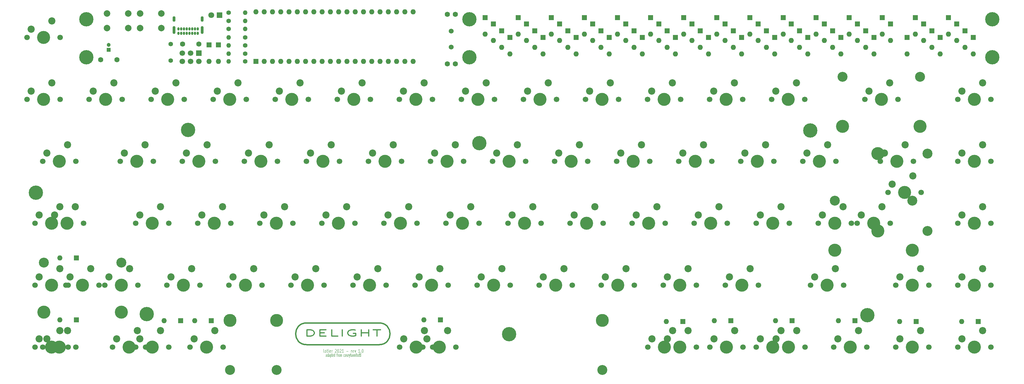
<source format=gts>
G04 #@! TF.GenerationSoftware,KiCad,Pcbnew,(5.1.9)-1*
G04 #@! TF.CreationDate,2021-07-01T11:32:35-04:00*
G04 #@! TF.ProjectId,discipline-pcb,64697363-6970-46c6-996e-652d7063622e,rev?*
G04 #@! TF.SameCoordinates,Original*
G04 #@! TF.FileFunction,Soldermask,Top*
G04 #@! TF.FilePolarity,Negative*
%FSLAX46Y46*%
G04 Gerber Fmt 4.6, Leading zero omitted, Abs format (unit mm)*
G04 Created by KiCad (PCBNEW (5.1.9)-1) date 2021-07-01 11:32:35*
%MOMM*%
%LPD*%
G01*
G04 APERTURE LIST*
%ADD10C,0.125000*%
%ADD11C,0.350000*%
%ADD12C,0.400000*%
%ADD13C,4.400000*%
%ADD14O,1.600000X1.600000*%
%ADD15R,1.600000X1.600000*%
%ADD16C,1.700000*%
%ADD17C,4.000000*%
%ADD18C,2.200000*%
%ADD19C,1.500000*%
%ADD20R,1.800000X1.800000*%
%ADD21C,1.800000*%
%ADD22C,1.600000*%
%ADD23C,1.200000*%
%ADD24R,1.200000X1.200000*%
%ADD25C,3.050000*%
%ADD26C,1.400000*%
%ADD27O,1.400000X1.400000*%
%ADD28R,1.700000X1.700000*%
%ADD29O,0.900000X1.700000*%
%ADD30O,0.900000X2.400000*%
%ADD31O,0.650000X1.000000*%
%ADD32C,2.000000*%
%ADD33C,3.048000*%
%ADD34C,3.987800*%
G04 APERTURE END LIST*
D10*
X150186841Y-173858180D02*
X150186841Y-173334371D01*
X150163031Y-173239133D01*
X150115412Y-173191514D01*
X150020174Y-173191514D01*
X149972555Y-173239133D01*
X150186841Y-173810561D02*
X150139222Y-173858180D01*
X150020174Y-173858180D01*
X149972555Y-173810561D01*
X149948745Y-173715323D01*
X149948745Y-173620085D01*
X149972555Y-173524847D01*
X150020174Y-173477228D01*
X150139222Y-173477228D01*
X150186841Y-173429609D01*
X150639222Y-173858180D02*
X150639222Y-172858180D01*
X150639222Y-173810561D02*
X150591603Y-173858180D01*
X150496364Y-173858180D01*
X150448745Y-173810561D01*
X150424936Y-173762942D01*
X150401126Y-173667704D01*
X150401126Y-173381990D01*
X150424936Y-173286752D01*
X150448745Y-173239133D01*
X150496364Y-173191514D01*
X150591603Y-173191514D01*
X150639222Y-173239133D01*
X151091603Y-173858180D02*
X151091603Y-173334371D01*
X151067793Y-173239133D01*
X151020174Y-173191514D01*
X150924936Y-173191514D01*
X150877317Y-173239133D01*
X151091603Y-173810561D02*
X151043983Y-173858180D01*
X150924936Y-173858180D01*
X150877317Y-173810561D01*
X150853507Y-173715323D01*
X150853507Y-173620085D01*
X150877317Y-173524847D01*
X150924936Y-173477228D01*
X151043983Y-173477228D01*
X151091603Y-173429609D01*
X151329698Y-173191514D02*
X151329698Y-174191514D01*
X151329698Y-173239133D02*
X151377317Y-173191514D01*
X151472555Y-173191514D01*
X151520174Y-173239133D01*
X151543983Y-173286752D01*
X151567793Y-173381990D01*
X151567793Y-173667704D01*
X151543983Y-173762942D01*
X151520174Y-173810561D01*
X151472555Y-173858180D01*
X151377317Y-173858180D01*
X151329698Y-173810561D01*
X151710650Y-173191514D02*
X151901126Y-173191514D01*
X151782079Y-172858180D02*
X151782079Y-173715323D01*
X151805888Y-173810561D01*
X151853507Y-173858180D01*
X151901126Y-173858180D01*
X152258269Y-173810561D02*
X152210650Y-173858180D01*
X152115412Y-173858180D01*
X152067793Y-173810561D01*
X152043983Y-173715323D01*
X152043983Y-173334371D01*
X152067793Y-173239133D01*
X152115412Y-173191514D01*
X152210650Y-173191514D01*
X152258269Y-173239133D01*
X152282079Y-173334371D01*
X152282079Y-173429609D01*
X152043983Y-173524847D01*
X152710650Y-173858180D02*
X152710650Y-172858180D01*
X152710650Y-173810561D02*
X152663031Y-173858180D01*
X152567793Y-173858180D01*
X152520174Y-173810561D01*
X152496364Y-173762942D01*
X152472555Y-173667704D01*
X152472555Y-173381990D01*
X152496364Y-173286752D01*
X152520174Y-173239133D01*
X152567793Y-173191514D01*
X152663031Y-173191514D01*
X152710650Y-173239133D01*
X153258269Y-173191514D02*
X153448745Y-173191514D01*
X153329698Y-173858180D02*
X153329698Y-173001038D01*
X153353507Y-172905800D01*
X153401126Y-172858180D01*
X153448745Y-172858180D01*
X153615412Y-173858180D02*
X153615412Y-173191514D01*
X153615412Y-173381990D02*
X153639222Y-173286752D01*
X153663031Y-173239133D01*
X153710650Y-173191514D01*
X153758269Y-173191514D01*
X153996364Y-173858180D02*
X153948745Y-173810561D01*
X153924936Y-173762942D01*
X153901126Y-173667704D01*
X153901126Y-173381990D01*
X153924936Y-173286752D01*
X153948745Y-173239133D01*
X153996364Y-173191514D01*
X154067793Y-173191514D01*
X154115412Y-173239133D01*
X154139222Y-173286752D01*
X154163031Y-173381990D01*
X154163031Y-173667704D01*
X154139222Y-173762942D01*
X154115412Y-173810561D01*
X154067793Y-173858180D01*
X153996364Y-173858180D01*
X154377317Y-173858180D02*
X154377317Y-173191514D01*
X154377317Y-173286752D02*
X154401126Y-173239133D01*
X154448745Y-173191514D01*
X154520174Y-173191514D01*
X154567793Y-173239133D01*
X154591603Y-173334371D01*
X154591603Y-173858180D01*
X154591603Y-173334371D02*
X154615412Y-173239133D01*
X154663031Y-173191514D01*
X154734460Y-173191514D01*
X154782079Y-173239133D01*
X154805888Y-173334371D01*
X154805888Y-173858180D01*
X155639222Y-173810561D02*
X155591603Y-173858180D01*
X155496364Y-173858180D01*
X155448745Y-173810561D01*
X155424936Y-173762942D01*
X155401126Y-173667704D01*
X155401126Y-173381990D01*
X155424936Y-173286752D01*
X155448745Y-173239133D01*
X155496364Y-173191514D01*
X155591603Y-173191514D01*
X155639222Y-173239133D01*
X155924936Y-173858180D02*
X155877317Y-173810561D01*
X155853507Y-173762942D01*
X155829698Y-173667704D01*
X155829698Y-173381990D01*
X155853507Y-173286752D01*
X155877317Y-173239133D01*
X155924936Y-173191514D01*
X155996364Y-173191514D01*
X156043983Y-173239133D01*
X156067793Y-173286752D01*
X156091603Y-173381990D01*
X156091603Y-173667704D01*
X156067793Y-173762942D01*
X156043983Y-173810561D01*
X155996364Y-173858180D01*
X155924936Y-173858180D01*
X156282079Y-173810561D02*
X156329698Y-173858180D01*
X156424936Y-173858180D01*
X156472555Y-173810561D01*
X156496364Y-173715323D01*
X156496364Y-173667704D01*
X156472555Y-173572466D01*
X156424936Y-173524847D01*
X156353507Y-173524847D01*
X156305888Y-173477228D01*
X156282079Y-173381990D01*
X156282079Y-173334371D01*
X156305888Y-173239133D01*
X156353507Y-173191514D01*
X156424936Y-173191514D01*
X156472555Y-173239133D01*
X156901126Y-173810561D02*
X156853507Y-173858180D01*
X156758269Y-173858180D01*
X156710650Y-173810561D01*
X156686841Y-173715323D01*
X156686841Y-173334371D01*
X156710650Y-173239133D01*
X156758269Y-173191514D01*
X156853507Y-173191514D01*
X156901126Y-173239133D01*
X156924936Y-173334371D01*
X156924936Y-173429609D01*
X156686841Y-173524847D01*
X157091603Y-173191514D02*
X157210650Y-173858180D01*
X157329698Y-173191514D02*
X157210650Y-173858180D01*
X157163031Y-174096276D01*
X157139222Y-174143895D01*
X157091603Y-174191514D01*
X157448745Y-173191514D02*
X157639222Y-173191514D01*
X157520174Y-173858180D02*
X157520174Y-173001038D01*
X157543983Y-172905800D01*
X157591603Y-172858180D01*
X157639222Y-172858180D01*
X158020174Y-173858180D02*
X158020174Y-173334371D01*
X157996364Y-173239133D01*
X157948745Y-173191514D01*
X157853507Y-173191514D01*
X157805888Y-173239133D01*
X158020174Y-173810561D02*
X157972555Y-173858180D01*
X157853507Y-173858180D01*
X157805888Y-173810561D01*
X157782079Y-173715323D01*
X157782079Y-173620085D01*
X157805888Y-173524847D01*
X157853507Y-173477228D01*
X157972555Y-173477228D01*
X158020174Y-173429609D01*
X158258269Y-173191514D02*
X158258269Y-173858180D01*
X158258269Y-173286752D02*
X158282079Y-173239133D01*
X158329698Y-173191514D01*
X158401126Y-173191514D01*
X158448745Y-173239133D01*
X158472555Y-173334371D01*
X158472555Y-173858180D01*
X158710650Y-173191514D02*
X158710650Y-173858180D01*
X158710650Y-173286752D02*
X158734460Y-173239133D01*
X158782079Y-173191514D01*
X158853507Y-173191514D01*
X158901126Y-173239133D01*
X158924936Y-173334371D01*
X158924936Y-173858180D01*
X159163031Y-173858180D02*
X159163031Y-173191514D01*
X159163031Y-172858180D02*
X159139222Y-172905800D01*
X159163031Y-172953419D01*
X159186841Y-172905800D01*
X159163031Y-172858180D01*
X159163031Y-172953419D01*
X159329698Y-173191514D02*
X159520174Y-173191514D01*
X159401126Y-172858180D02*
X159401126Y-173715323D01*
X159424936Y-173810561D01*
X159472555Y-173858180D01*
X159520174Y-173858180D01*
X159901126Y-173191514D02*
X159901126Y-173858180D01*
X159686841Y-173191514D02*
X159686841Y-173715323D01*
X159710650Y-173810561D01*
X159758269Y-173858180D01*
X159829698Y-173858180D01*
X159877317Y-173810561D01*
X159901126Y-173762942D01*
X160067793Y-173191514D02*
X160258269Y-173191514D01*
X160139222Y-172858180D02*
X160139222Y-173715323D01*
X160163031Y-173810561D01*
X160210650Y-173858180D01*
X160258269Y-173858180D01*
X160353507Y-173191514D02*
X160543983Y-173191514D01*
X160424936Y-172858180D02*
X160424936Y-173715323D01*
X160448745Y-173810561D01*
X160496364Y-173858180D01*
X160543983Y-173858180D01*
X160710650Y-173858180D02*
X160710650Y-173191514D01*
X160710650Y-172858180D02*
X160686841Y-172905800D01*
X160710650Y-172953419D01*
X160734460Y-172905800D01*
X160710650Y-172858180D01*
X160710650Y-172953419D01*
X149377317Y-172588180D02*
X149305888Y-172540561D01*
X149270174Y-172445323D01*
X149270174Y-171588180D01*
X149770174Y-172588180D02*
X149698745Y-172540561D01*
X149663031Y-172492942D01*
X149627317Y-172397704D01*
X149627317Y-172111990D01*
X149663031Y-172016752D01*
X149698745Y-171969133D01*
X149770174Y-171921514D01*
X149877317Y-171921514D01*
X149948745Y-171969133D01*
X149984460Y-172016752D01*
X150020174Y-172111990D01*
X150020174Y-172397704D01*
X149984460Y-172492942D01*
X149948745Y-172540561D01*
X149877317Y-172588180D01*
X149770174Y-172588180D01*
X150234460Y-171921514D02*
X150520174Y-171921514D01*
X150341603Y-171588180D02*
X150341603Y-172445323D01*
X150377317Y-172540561D01*
X150448745Y-172588180D01*
X150520174Y-172588180D01*
X150770174Y-172588180D02*
X150770174Y-171921514D01*
X150770174Y-171588180D02*
X150734460Y-171635800D01*
X150770174Y-171683419D01*
X150805888Y-171635800D01*
X150770174Y-171588180D01*
X150770174Y-171683419D01*
X151413031Y-172540561D02*
X151341603Y-172588180D01*
X151198745Y-172588180D01*
X151127317Y-172540561D01*
X151091603Y-172445323D01*
X151091603Y-172064371D01*
X151127317Y-171969133D01*
X151198745Y-171921514D01*
X151341603Y-171921514D01*
X151413031Y-171969133D01*
X151448745Y-172064371D01*
X151448745Y-172159609D01*
X151091603Y-172254847D01*
X151770174Y-172588180D02*
X151770174Y-171921514D01*
X151770174Y-172111990D02*
X151805888Y-172016752D01*
X151841603Y-171969133D01*
X151913031Y-171921514D01*
X151984460Y-171921514D01*
X152770174Y-171683419D02*
X152805888Y-171635800D01*
X152877317Y-171588180D01*
X153055888Y-171588180D01*
X153127317Y-171635800D01*
X153163031Y-171683419D01*
X153198745Y-171778657D01*
X153198745Y-171873895D01*
X153163031Y-172016752D01*
X152734460Y-172588180D01*
X153198745Y-172588180D01*
X153663031Y-171588180D02*
X153734460Y-171588180D01*
X153805888Y-171635800D01*
X153841603Y-171683419D01*
X153877317Y-171778657D01*
X153913031Y-171969133D01*
X153913031Y-172207228D01*
X153877317Y-172397704D01*
X153841603Y-172492942D01*
X153805888Y-172540561D01*
X153734460Y-172588180D01*
X153663031Y-172588180D01*
X153591603Y-172540561D01*
X153555888Y-172492942D01*
X153520174Y-172397704D01*
X153484460Y-172207228D01*
X153484460Y-171969133D01*
X153520174Y-171778657D01*
X153555888Y-171683419D01*
X153591603Y-171635800D01*
X153663031Y-171588180D01*
X154198745Y-171683419D02*
X154234460Y-171635800D01*
X154305888Y-171588180D01*
X154484460Y-171588180D01*
X154555888Y-171635800D01*
X154591603Y-171683419D01*
X154627317Y-171778657D01*
X154627317Y-171873895D01*
X154591603Y-172016752D01*
X154163031Y-172588180D01*
X154627317Y-172588180D01*
X155341603Y-172588180D02*
X154913031Y-172588180D01*
X155127317Y-172588180D02*
X155127317Y-171588180D01*
X155055888Y-171731038D01*
X154984460Y-171826276D01*
X154913031Y-171873895D01*
X156234460Y-172207228D02*
X156805888Y-172207228D01*
X157734460Y-172588180D02*
X157734460Y-171921514D01*
X157734460Y-172111990D02*
X157770174Y-172016752D01*
X157805888Y-171969133D01*
X157877317Y-171921514D01*
X157948745Y-171921514D01*
X158484460Y-172540561D02*
X158413031Y-172588180D01*
X158270174Y-172588180D01*
X158198745Y-172540561D01*
X158163031Y-172445323D01*
X158163031Y-172064371D01*
X158198745Y-171969133D01*
X158270174Y-171921514D01*
X158413031Y-171921514D01*
X158484460Y-171969133D01*
X158520174Y-172064371D01*
X158520174Y-172159609D01*
X158163031Y-172254847D01*
X158770174Y-171921514D02*
X158948745Y-172588180D01*
X159127317Y-171921514D01*
X160377317Y-172588180D02*
X159948745Y-172588180D01*
X160163031Y-172588180D02*
X160163031Y-171588180D01*
X160091603Y-171731038D01*
X160020174Y-171826276D01*
X159948745Y-171873895D01*
X160698745Y-172492942D02*
X160734460Y-172540561D01*
X160698745Y-172588180D01*
X160663031Y-172540561D01*
X160698745Y-172492942D01*
X160698745Y-172588180D01*
X161198745Y-171588180D02*
X161270174Y-171588180D01*
X161341603Y-171635800D01*
X161377317Y-171683419D01*
X161413031Y-171778657D01*
X161448745Y-171969133D01*
X161448745Y-172207228D01*
X161413031Y-172397704D01*
X161377317Y-172492942D01*
X161341603Y-172540561D01*
X161270174Y-172588180D01*
X161198745Y-172588180D01*
X161127317Y-172540561D01*
X161091603Y-172492942D01*
X161055888Y-172397704D01*
X161020174Y-172207228D01*
X161020174Y-171969133D01*
X161055888Y-171778657D01*
X161091603Y-171683419D01*
X161127317Y-171635800D01*
X161198745Y-171588180D01*
D11*
X144119836Y-167586971D02*
X144119836Y-165586971D01*
X145072217Y-165586971D01*
X145643646Y-165682210D01*
X146024598Y-165872686D01*
X146215075Y-166063162D01*
X146405551Y-166444114D01*
X146405551Y-166729829D01*
X146215075Y-167110781D01*
X146024598Y-167301257D01*
X145643646Y-167491733D01*
X145072217Y-167586971D01*
X144119836Y-167586971D01*
X148119836Y-166539352D02*
X149453170Y-166539352D01*
X150024598Y-167586971D02*
X148119836Y-167586971D01*
X148119836Y-165586971D01*
X150024598Y-165586971D01*
X153643646Y-167586971D02*
X151738884Y-167586971D01*
X151738884Y-165586971D01*
X154976979Y-167586971D02*
X154976979Y-165586971D01*
X158976979Y-165682210D02*
X158596027Y-165586971D01*
X158024598Y-165586971D01*
X157453170Y-165682210D01*
X157072217Y-165872686D01*
X156881741Y-166063162D01*
X156691265Y-166444114D01*
X156691265Y-166729829D01*
X156881741Y-167110781D01*
X157072217Y-167301257D01*
X157453170Y-167491733D01*
X158024598Y-167586971D01*
X158405551Y-167586971D01*
X158976979Y-167491733D01*
X159167456Y-167396495D01*
X159167456Y-166729829D01*
X158405551Y-166729829D01*
X160881741Y-167586971D02*
X160881741Y-165586971D01*
X160881741Y-166539352D02*
X163167456Y-166539352D01*
X163167456Y-167586971D02*
X163167456Y-165586971D01*
X164500789Y-165586971D02*
X166786503Y-165586971D01*
X165643646Y-167586971D02*
X165643646Y-165586971D01*
D12*
X144037456Y-170202210D02*
X166337456Y-170202210D01*
X144057456Y-163522210D02*
X166337456Y-163522210D01*
X144027456Y-170202210D02*
G75*
G02*
X144027456Y-163522210I0J3340000D01*
G01*
X166327456Y-163522210D02*
G75*
G02*
X166327456Y-170202210I0J-3340000D01*
G01*
D13*
X354584000Y-81788000D03*
X354584000Y-70104000D03*
X194056000Y-81788000D03*
X76454000Y-70104000D03*
X76454000Y-81788000D03*
D14*
X328422000Y-80772000D03*
D15*
X328422000Y-75692000D03*
D14*
X128524000Y-67818000D03*
X176784000Y-83058000D03*
X131064000Y-67818000D03*
X174244000Y-83058000D03*
X133604000Y-67818000D03*
X171704000Y-83058000D03*
X136144000Y-67818000D03*
X169164000Y-83058000D03*
X138684000Y-67818000D03*
X166624000Y-83058000D03*
X141224000Y-67818000D03*
X164084000Y-83058000D03*
X143764000Y-67818000D03*
X161544000Y-83058000D03*
X146304000Y-67818000D03*
X159004000Y-83058000D03*
X148844000Y-67818000D03*
X156464000Y-83058000D03*
X151384000Y-67818000D03*
X153924000Y-83058000D03*
X153924000Y-67818000D03*
X151384000Y-83058000D03*
X156464000Y-67818000D03*
X148844000Y-83058000D03*
X159004000Y-67818000D03*
X146304000Y-83058000D03*
X161544000Y-67818000D03*
X143764000Y-83058000D03*
X164084000Y-67818000D03*
X141224000Y-83058000D03*
X166624000Y-67818000D03*
X138684000Y-83058000D03*
X169164000Y-67818000D03*
X136144000Y-83058000D03*
X171704000Y-67818000D03*
X133604000Y-83058000D03*
X174244000Y-67818000D03*
X131064000Y-83058000D03*
X176784000Y-67818000D03*
D15*
X128524000Y-83058000D03*
D16*
X68421250Y-75692000D03*
X58261250Y-75692000D03*
D17*
X63341250Y-75692000D03*
D18*
X59531250Y-73152000D03*
X65881250Y-70612000D03*
D19*
X188468000Y-78650000D03*
X188468000Y-73770000D03*
D14*
X211582000Y-76676000D03*
D15*
X211582000Y-71596000D03*
D14*
X214122000Y-78740000D03*
D15*
X214122000Y-73660000D03*
D14*
X216662000Y-80772000D03*
D15*
X216662000Y-75692000D03*
D14*
X203962000Y-78740000D03*
D15*
X203962000Y-73660000D03*
D14*
X201422000Y-76676000D03*
D15*
X201422000Y-71596000D03*
D14*
X206502000Y-80772000D03*
D15*
X206502000Y-75692000D03*
D16*
X73183750Y-113823750D03*
X63023750Y-113823750D03*
D17*
X68103750Y-113823750D03*
D18*
X64293750Y-111283750D03*
X70643750Y-108743750D03*
D20*
X117348000Y-68834000D03*
D21*
X114808000Y-68834000D03*
D18*
X237331250Y-89693750D03*
X230981250Y-92233750D03*
D17*
X234791250Y-94773750D03*
D16*
X229711250Y-94773750D03*
X239871250Y-94773750D03*
D13*
X60960000Y-123444000D03*
D18*
X123031250Y-89693750D03*
X116681250Y-92233750D03*
D17*
X120491250Y-94773750D03*
D16*
X115411250Y-94773750D03*
X125571250Y-94773750D03*
D14*
X209042000Y-74676000D03*
D15*
X209042000Y-69596000D03*
D14*
X68326000Y-143510000D03*
D15*
X73406000Y-143510000D03*
D14*
X219202000Y-74676000D03*
D15*
X219202000Y-69596000D03*
D14*
X229362000Y-74676000D03*
D15*
X229362000Y-69596000D03*
D14*
X221742000Y-76676000D03*
D15*
X221742000Y-71596000D03*
D14*
X231902000Y-76676000D03*
D15*
X231902000Y-71596000D03*
D14*
X224282000Y-78740000D03*
D15*
X224282000Y-73660000D03*
D14*
X100330000Y-162814000D03*
D15*
X105410000Y-162814000D03*
D14*
X226822000Y-80772000D03*
D15*
X226822000Y-75692000D03*
X198882000Y-69596000D03*
D14*
X198882000Y-74676000D03*
D22*
X110998000Y-77724000D03*
X105998000Y-77724000D03*
X85852000Y-82550000D03*
X80852000Y-82550000D03*
D23*
X83274214Y-78002000D03*
D24*
X83274214Y-79502000D03*
D22*
X187218000Y-68580000D03*
X189718000Y-68580000D03*
X187218000Y-83820000D03*
X189718000Y-83820000D03*
D18*
X68262500Y-146843750D03*
X61912500Y-149383750D03*
D17*
X65722500Y-151923750D03*
D16*
X60642500Y-151923750D03*
X70802500Y-151923750D03*
D18*
X308768750Y-127793750D03*
X302418750Y-130333750D03*
D17*
X306228750Y-132873750D03*
D16*
X301148750Y-132873750D03*
X311308750Y-132873750D03*
D18*
X330200000Y-118268750D03*
X323850000Y-120808750D03*
D17*
X327660000Y-123348750D03*
D16*
X322580000Y-123348750D03*
X332740000Y-123348750D03*
D17*
X319420000Y-135248750D03*
D25*
X334660000Y-111448750D03*
X334660000Y-135248750D03*
D17*
X319420000Y-111448750D03*
D18*
X89693750Y-146843750D03*
X83343750Y-149383750D03*
D17*
X87153750Y-151923750D03*
D16*
X82073750Y-151923750D03*
X92233750Y-151923750D03*
D18*
X275466206Y-165893750D03*
X269116206Y-168433750D03*
D17*
X272926206Y-170973750D03*
D16*
X267846206Y-170973750D03*
X278006206Y-170973750D03*
D18*
X256410884Y-165883620D03*
X250060884Y-168423620D03*
D17*
X253870884Y-170963620D03*
D16*
X248790884Y-170963620D03*
X258950884Y-170963620D03*
D26*
X125180316Y-80678982D03*
D27*
X120100316Y-80678982D03*
D26*
X125180316Y-78185517D03*
D27*
X120100316Y-78185517D03*
D26*
X125180316Y-75692052D03*
D27*
X120100316Y-75692052D03*
D26*
X120100316Y-73120211D03*
D27*
X125180316Y-73120211D03*
D26*
X120100316Y-70600499D03*
D27*
X125180316Y-70600499D03*
D26*
X120100316Y-68107034D03*
D27*
X125180316Y-68107034D03*
D26*
X125180316Y-83058000D03*
D27*
X120100316Y-83058000D03*
D13*
X194056000Y-70104000D03*
D16*
X292280128Y-170973750D03*
X282120128Y-170973750D03*
D17*
X287200128Y-170973750D03*
D18*
X283390128Y-168433750D03*
X289740128Y-165893750D03*
D16*
X263723936Y-170973750D03*
X253563936Y-170973750D03*
D17*
X258643936Y-170973750D03*
D18*
X254833936Y-168433750D03*
X261183936Y-165893750D03*
X180207573Y-165901640D03*
X173857573Y-168441640D03*
D17*
X177667573Y-170981640D03*
D16*
X172587573Y-170981640D03*
X182747573Y-170981640D03*
X101783031Y-170969819D03*
X91623031Y-170969819D03*
D17*
X96703031Y-170969819D03*
D18*
X92893031Y-168429819D03*
X99243031Y-165889819D03*
D16*
X73183700Y-170963620D03*
X63023700Y-170963620D03*
D17*
X68103700Y-170963620D03*
D18*
X64293700Y-168423620D03*
X70643700Y-165883620D03*
X68262500Y-127783620D03*
X61912500Y-130323620D03*
D17*
X65722500Y-132863620D03*
D16*
X60642500Y-132863620D03*
X70802500Y-132863620D03*
X105918000Y-83058000D03*
X105918000Y-80518000D03*
X108458000Y-83058000D03*
X108458000Y-80518000D03*
X110998000Y-83058000D03*
D28*
X110998000Y-80518000D03*
D18*
X323056250Y-89693750D03*
X316706250Y-92233750D03*
D17*
X320516250Y-94773750D03*
D16*
X315436250Y-94773750D03*
X325596250Y-94773750D03*
D17*
X332416250Y-103013750D03*
X308616250Y-103013750D03*
D25*
X308616250Y-87773750D03*
X332416250Y-87773750D03*
X330035250Y-125873750D03*
X306235250Y-125873750D03*
D17*
X306235250Y-141113750D03*
X330035250Y-141113750D03*
D16*
X323215250Y-132873750D03*
X313055250Y-132873750D03*
D17*
X318135250Y-132873750D03*
D18*
X314325250Y-130333750D03*
X320675250Y-127793750D03*
D25*
X87147450Y-144923750D03*
X63347450Y-144923750D03*
D17*
X63347450Y-160163750D03*
X87147450Y-160163750D03*
D16*
X80327450Y-151923750D03*
X70167450Y-151923750D03*
D17*
X75247450Y-151923750D03*
D18*
X71437450Y-149383750D03*
X77787450Y-146843750D03*
X68262450Y-165883620D03*
X61912450Y-168423620D03*
D17*
X65722450Y-170963620D03*
D16*
X60642450Y-170963620D03*
X70802450Y-170963620D03*
D18*
X92075050Y-165893750D03*
X85725050Y-168433750D03*
D17*
X89535050Y-170973750D03*
D16*
X84455050Y-170973750D03*
X94615050Y-170973750D03*
D18*
X115887450Y-165883620D03*
X109537450Y-168423620D03*
D17*
X113347450Y-170963620D03*
D16*
X108267450Y-170963620D03*
X118427450Y-170963620D03*
D18*
X73025050Y-127783620D03*
X66675050Y-130323620D03*
D17*
X70485050Y-132863620D03*
D16*
X65405050Y-132863620D03*
X75565050Y-132863620D03*
D18*
X306387250Y-146843750D03*
X300037250Y-149383750D03*
D17*
X303847250Y-151923750D03*
D16*
X298767250Y-151923750D03*
X308927250Y-151923750D03*
X330358250Y-113823750D03*
X320198250Y-113823750D03*
D17*
X325278250Y-113823750D03*
D18*
X321468250Y-111283750D03*
X327818250Y-108743750D03*
X294481250Y-89693750D03*
X288131250Y-92233750D03*
D17*
X291941250Y-94773750D03*
D16*
X286861250Y-94773750D03*
X297021250Y-94773750D03*
D18*
X132556250Y-108743750D03*
X126206250Y-111283750D03*
D17*
X130016250Y-113823750D03*
D16*
X124936250Y-113823750D03*
X135096250Y-113823750D03*
D18*
X65881250Y-89693750D03*
X59531250Y-92233750D03*
D17*
X63341250Y-94773750D03*
D16*
X58261250Y-94773750D03*
X68421250Y-94773750D03*
D18*
X84931250Y-89693750D03*
X78581250Y-92233750D03*
D17*
X82391250Y-94773750D03*
D16*
X77311250Y-94773750D03*
X87471250Y-94773750D03*
D18*
X103981250Y-89693750D03*
X97631250Y-92233750D03*
D17*
X101441250Y-94773750D03*
D16*
X96361250Y-94773750D03*
X106521250Y-94773750D03*
D18*
X142081250Y-89693750D03*
X135731250Y-92233750D03*
D17*
X139541250Y-94773750D03*
D16*
X134461250Y-94773750D03*
X144621250Y-94773750D03*
D18*
X161131250Y-89693750D03*
X154781250Y-92233750D03*
D17*
X158591250Y-94773750D03*
D16*
X153511250Y-94773750D03*
X163671250Y-94773750D03*
D18*
X180181250Y-89693750D03*
X173831250Y-92233750D03*
D17*
X177641250Y-94773750D03*
D16*
X172561250Y-94773750D03*
X182721250Y-94773750D03*
D18*
X199231250Y-89693750D03*
X192881250Y-92233750D03*
D17*
X196691250Y-94773750D03*
D16*
X191611250Y-94773750D03*
X201771250Y-94773750D03*
D18*
X218281250Y-89693750D03*
X211931250Y-92233750D03*
D17*
X215741250Y-94773750D03*
D16*
X210661250Y-94773750D03*
X220821250Y-94773750D03*
D18*
X256381250Y-89693750D03*
X250031250Y-92233750D03*
D17*
X253841250Y-94773750D03*
D16*
X248761250Y-94773750D03*
X258921250Y-94773750D03*
D18*
X275431250Y-89693750D03*
X269081250Y-92233750D03*
D17*
X272891250Y-94773750D03*
D16*
X267811250Y-94773750D03*
X277971250Y-94773750D03*
D18*
X351631250Y-89693750D03*
X345281250Y-92233750D03*
D17*
X349091250Y-94773750D03*
D16*
X344011250Y-94773750D03*
X354171250Y-94773750D03*
D18*
X94456250Y-108743750D03*
X88106250Y-111283750D03*
D17*
X91916250Y-113823750D03*
D16*
X86836250Y-113823750D03*
X96996250Y-113823750D03*
D18*
X113506250Y-108743750D03*
X107156250Y-111283750D03*
D17*
X110966250Y-113823750D03*
D16*
X105886250Y-113823750D03*
X116046250Y-113823750D03*
D18*
X151606250Y-108743750D03*
X145256250Y-111283750D03*
D17*
X149066250Y-113823750D03*
D16*
X143986250Y-113823750D03*
X154146250Y-113823750D03*
D18*
X170656250Y-108743750D03*
X164306250Y-111283750D03*
D17*
X168116250Y-113823750D03*
D16*
X163036250Y-113823750D03*
X173196250Y-113823750D03*
D18*
X189706250Y-108743750D03*
X183356250Y-111283750D03*
D17*
X187166250Y-113823750D03*
D16*
X182086250Y-113823750D03*
X192246250Y-113823750D03*
D18*
X208756250Y-108743750D03*
X202406250Y-111283750D03*
D17*
X206216250Y-113823750D03*
D16*
X201136250Y-113823750D03*
X211296250Y-113823750D03*
D18*
X227806250Y-108743750D03*
X221456250Y-111283750D03*
D17*
X225266250Y-113823750D03*
D16*
X220186250Y-113823750D03*
X230346250Y-113823750D03*
D18*
X246856250Y-108743750D03*
X240506250Y-111283750D03*
D17*
X244316250Y-113823750D03*
D16*
X239236250Y-113823750D03*
X249396250Y-113823750D03*
D18*
X265906250Y-108743750D03*
X259556250Y-111283750D03*
D17*
X263366250Y-113823750D03*
D16*
X258286250Y-113823750D03*
X268446250Y-113823750D03*
D18*
X284956250Y-108743750D03*
X278606250Y-111283750D03*
D17*
X282416250Y-113823750D03*
D16*
X277336250Y-113823750D03*
X287496250Y-113823750D03*
D18*
X304006250Y-108743750D03*
X297656250Y-111283750D03*
D17*
X301466250Y-113823750D03*
D16*
X296386250Y-113823750D03*
X306546250Y-113823750D03*
D18*
X351631250Y-108743750D03*
X345281250Y-111283750D03*
D17*
X349091250Y-113823750D03*
D16*
X344011250Y-113823750D03*
X354171250Y-113823750D03*
D18*
X99218750Y-127793750D03*
X92868750Y-130333750D03*
D17*
X96678750Y-132873750D03*
D16*
X91598750Y-132873750D03*
X101758750Y-132873750D03*
D18*
X118268750Y-127793750D03*
X111918750Y-130333750D03*
D17*
X115728750Y-132873750D03*
D16*
X110648750Y-132873750D03*
X120808750Y-132873750D03*
D18*
X137318750Y-127793750D03*
X130968750Y-130333750D03*
D17*
X134778750Y-132873750D03*
D16*
X129698750Y-132873750D03*
X139858750Y-132873750D03*
D18*
X156368250Y-127793750D03*
X150018250Y-130333750D03*
D17*
X153828250Y-132873750D03*
D16*
X148748250Y-132873750D03*
X158908250Y-132873750D03*
D18*
X175418250Y-127793750D03*
X169068250Y-130333750D03*
D17*
X172878250Y-132873750D03*
D16*
X167798250Y-132873750D03*
X177958250Y-132873750D03*
D18*
X194468250Y-127793750D03*
X188118250Y-130333750D03*
D17*
X191928250Y-132873750D03*
D16*
X186848250Y-132873750D03*
X197008250Y-132873750D03*
D18*
X213518250Y-127793750D03*
X207168250Y-130333750D03*
D17*
X210978250Y-132873750D03*
D16*
X205898250Y-132873750D03*
X216058250Y-132873750D03*
D18*
X232568250Y-127793750D03*
X226218250Y-130333750D03*
D17*
X230028250Y-132873750D03*
D16*
X224948250Y-132873750D03*
X235108250Y-132873750D03*
D18*
X251618250Y-127793750D03*
X245268250Y-130333750D03*
D17*
X249078250Y-132873750D03*
D16*
X243998250Y-132873750D03*
X254158250Y-132873750D03*
D18*
X270668250Y-127793750D03*
X264318250Y-130333750D03*
D17*
X268128250Y-132873750D03*
D16*
X263048250Y-132873750D03*
X273208250Y-132873750D03*
D18*
X289718250Y-127793750D03*
X283368250Y-130333750D03*
D17*
X287178250Y-132873750D03*
D16*
X282098250Y-132873750D03*
X292258250Y-132873750D03*
D18*
X351631250Y-127793750D03*
X345281250Y-130333750D03*
D17*
X349091250Y-132873750D03*
D16*
X344011250Y-132873750D03*
X354171250Y-132873750D03*
D18*
X108743750Y-146843750D03*
X102393750Y-149383750D03*
D17*
X106203750Y-151923750D03*
D16*
X101123750Y-151923750D03*
X111283750Y-151923750D03*
D18*
X127793750Y-146843750D03*
X121443750Y-149383750D03*
D17*
X125253750Y-151923750D03*
D16*
X120173750Y-151923750D03*
X130333750Y-151923750D03*
D18*
X146843750Y-146843750D03*
X140493750Y-149383750D03*
D17*
X144303750Y-151923750D03*
D16*
X139223750Y-151923750D03*
X149383750Y-151923750D03*
D18*
X165894250Y-146843750D03*
X159544250Y-149383750D03*
D17*
X163354250Y-151923750D03*
D16*
X158274250Y-151923750D03*
X168434250Y-151923750D03*
D18*
X184944250Y-146843750D03*
X178594250Y-149383750D03*
D17*
X182404250Y-151923750D03*
D16*
X177324250Y-151923750D03*
X187484250Y-151923750D03*
D18*
X203994250Y-146843750D03*
X197644250Y-149383750D03*
D17*
X201454250Y-151923750D03*
D16*
X196374250Y-151923750D03*
X206534250Y-151923750D03*
D18*
X223044250Y-146843750D03*
X216694250Y-149383750D03*
D17*
X220504250Y-151923750D03*
D16*
X215424250Y-151923750D03*
X225584250Y-151923750D03*
D18*
X242094250Y-146843750D03*
X235744250Y-149383750D03*
D17*
X239554250Y-151923750D03*
D16*
X234474250Y-151923750D03*
X244634250Y-151923750D03*
D18*
X261144250Y-146843750D03*
X254794250Y-149383750D03*
D17*
X258604250Y-151923750D03*
D16*
X253524250Y-151923750D03*
X263684250Y-151923750D03*
D18*
X280194250Y-146843750D03*
X273844250Y-149383750D03*
D17*
X277654250Y-151923750D03*
D16*
X272574250Y-151923750D03*
X282734250Y-151923750D03*
D18*
X332581250Y-146843750D03*
X326231250Y-149383750D03*
D17*
X330041250Y-151923750D03*
D16*
X324961250Y-151923750D03*
X335121250Y-151923750D03*
D18*
X351631250Y-146843750D03*
X345281250Y-149383750D03*
D17*
X349091250Y-151923750D03*
D16*
X344011250Y-151923750D03*
X354171250Y-151923750D03*
D18*
X187325250Y-165893750D03*
X180975250Y-168433750D03*
D17*
X184785250Y-170973750D03*
D16*
X179705250Y-170973750D03*
X189865250Y-170973750D03*
D18*
X313531250Y-165893750D03*
X307181250Y-168433750D03*
D17*
X310991250Y-170973750D03*
D16*
X305911250Y-170973750D03*
X316071250Y-170973750D03*
D18*
X332581250Y-165893750D03*
X326231250Y-168433750D03*
D17*
X330041250Y-170973750D03*
D16*
X324961250Y-170973750D03*
X335121250Y-170973750D03*
D18*
X351631250Y-165893750D03*
X345281250Y-168433750D03*
D17*
X349091250Y-170973750D03*
D16*
X344011250Y-170973750D03*
X354171250Y-170973750D03*
D18*
X294521528Y-165883620D03*
X288171528Y-168423620D03*
D17*
X291981528Y-170963620D03*
D16*
X286901528Y-170963620D03*
X297061528Y-170963620D03*
D29*
X103371000Y-70066000D03*
X112021000Y-70066000D03*
D30*
X103371000Y-73446000D03*
X112021000Y-73446000D03*
D31*
X104716000Y-73101000D03*
X105566000Y-73101000D03*
X106416000Y-73101000D03*
X107266000Y-73101000D03*
X108116000Y-73101000D03*
X108966000Y-73101000D03*
X109816000Y-73101000D03*
X110671000Y-73101000D03*
X104721000Y-74426000D03*
X105571000Y-74426000D03*
X106421000Y-74426000D03*
X107271000Y-74426000D03*
X108121000Y-74426000D03*
X109821000Y-74426000D03*
X110671000Y-74426000D03*
X108971000Y-74426000D03*
D26*
X102362000Y-82824000D03*
X102362000Y-77724000D03*
D32*
X92964000Y-72826000D03*
X92964000Y-68326000D03*
X99464000Y-72826000D03*
X99464000Y-68326000D03*
X82804000Y-72826000D03*
X82804000Y-68326000D03*
X89304000Y-72826000D03*
X89304000Y-68326000D03*
D14*
X239522000Y-74676000D03*
D15*
X239522000Y-69596000D03*
D14*
X249682000Y-74676000D03*
D15*
X249682000Y-69596000D03*
D14*
X259842000Y-74676000D03*
D15*
X259842000Y-69596000D03*
D14*
X270002000Y-74676000D03*
D15*
X270002000Y-69596000D03*
X280162000Y-69596000D03*
D14*
X280162000Y-74676000D03*
X290360736Y-74676000D03*
D15*
X290360736Y-69596000D03*
D14*
X300482000Y-74676000D03*
D15*
X300482000Y-69596000D03*
D14*
X310642000Y-74676000D03*
D15*
X310642000Y-69596000D03*
D14*
X320802000Y-74676000D03*
D15*
X320802000Y-69596000D03*
D14*
X330962000Y-74676000D03*
D15*
X330962000Y-69596000D03*
D14*
X341122000Y-74676000D03*
D15*
X341122000Y-69596000D03*
D14*
X242062000Y-76676000D03*
D15*
X242062000Y-71596000D03*
D14*
X252222000Y-76676000D03*
D15*
X252222000Y-71596000D03*
D14*
X262382000Y-76676000D03*
D15*
X262382000Y-71596000D03*
D14*
X272542000Y-76676000D03*
D15*
X272542000Y-71596000D03*
X282702000Y-71596000D03*
D14*
X282702000Y-76676000D03*
X292862000Y-76676000D03*
D15*
X292862000Y-71596000D03*
D14*
X303022000Y-76676000D03*
D15*
X303022000Y-71596000D03*
D14*
X313182000Y-76676000D03*
D15*
X313182000Y-71596000D03*
D14*
X323342000Y-76676000D03*
D15*
X323342000Y-71596000D03*
D14*
X333502000Y-76676000D03*
D15*
X333502000Y-71596000D03*
D14*
X343662000Y-76676000D03*
D15*
X343662000Y-71596000D03*
D14*
X234442000Y-78740000D03*
D15*
X234442000Y-73660000D03*
D14*
X244602000Y-78740000D03*
D15*
X244602000Y-73660000D03*
D14*
X254762000Y-78740000D03*
D15*
X254762000Y-73660000D03*
D14*
X264922000Y-78740000D03*
D15*
X264922000Y-73660000D03*
D14*
X275082000Y-78740000D03*
D15*
X275082000Y-73660000D03*
X285242000Y-73660000D03*
D14*
X285242000Y-78740000D03*
X295402000Y-78740000D03*
D15*
X295402000Y-73660000D03*
D14*
X305562000Y-78740000D03*
D15*
X305562000Y-73660000D03*
D14*
X315722000Y-78740000D03*
D15*
X315722000Y-73660000D03*
D14*
X336042000Y-78740000D03*
D15*
X336042000Y-73660000D03*
D14*
X346202000Y-78740000D03*
D15*
X346202000Y-73660000D03*
D14*
X236982000Y-80772000D03*
D15*
X236982000Y-75692000D03*
D14*
X247142000Y-80772000D03*
D15*
X247142000Y-75692000D03*
D14*
X257302000Y-80772000D03*
D15*
X257302000Y-75692000D03*
D14*
X267462000Y-80772000D03*
D15*
X267462000Y-75692000D03*
D14*
X277622000Y-80772000D03*
D15*
X277622000Y-75692000D03*
X287782000Y-75692000D03*
D14*
X287782000Y-80772000D03*
X297942000Y-80772000D03*
D15*
X297942000Y-75692000D03*
D14*
X308102000Y-80772000D03*
D15*
X308102000Y-75692000D03*
D14*
X318262000Y-80772000D03*
D15*
X318262000Y-75692000D03*
D14*
X338582000Y-80772000D03*
D15*
X338582000Y-75692000D03*
D14*
X348742000Y-80772000D03*
D15*
X348742000Y-75692000D03*
D14*
X68326000Y-162560000D03*
D15*
X73406000Y-162560000D03*
D14*
X109728000Y-162814000D03*
D15*
X114808000Y-162814000D03*
D14*
X180086000Y-162560000D03*
D15*
X185166000Y-162560000D03*
D14*
X254508000Y-163068000D03*
D15*
X259588000Y-163068000D03*
D14*
X269240000Y-162814000D03*
D15*
X274320000Y-162814000D03*
D14*
X307340000Y-162814000D03*
D15*
X312420000Y-162814000D03*
D14*
X326136000Y-163068000D03*
D15*
X331216000Y-163068000D03*
D14*
X345186000Y-163068000D03*
D15*
X350266000Y-163068000D03*
D14*
X288036000Y-162814000D03*
D15*
X293116000Y-162814000D03*
X117010982Y-77988196D03*
D14*
X117010982Y-83068196D03*
D15*
X114141310Y-77988196D03*
D14*
X114141310Y-83068196D03*
D33*
X134811423Y-177966640D03*
X234811223Y-177966640D03*
D34*
X134811423Y-162726640D03*
X234811223Y-162726640D03*
X234817573Y-162726640D03*
X120517573Y-162726640D03*
D33*
X234817573Y-177966640D03*
X120517573Y-177966640D03*
D13*
X206213345Y-166958110D03*
X197104000Y-108204000D03*
X298671968Y-104302994D03*
X107696000Y-104140000D03*
X316230000Y-161146960D03*
X94996000Y-160782000D03*
M02*

</source>
